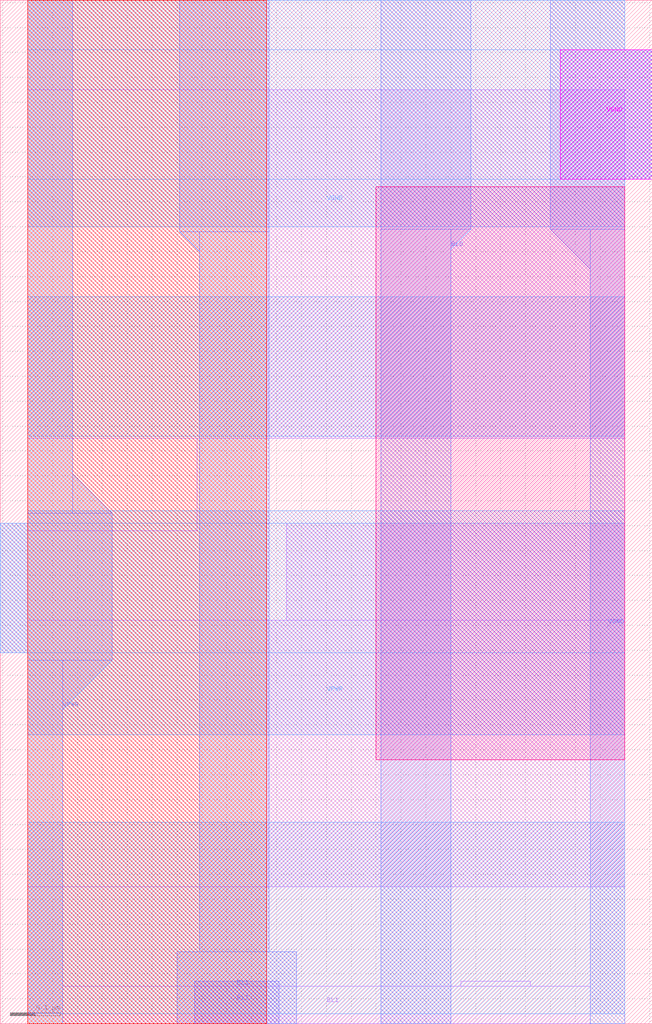
<source format=lef>
VERSION 5.7 ;
  NOWIREEXTENSIONATPIN ON ;
  DIVIDERCHAR "/" ;
  BUSBITCHARS "[]" ;
MACRO sky130_fd_bd_sram__sram_sp_colend
  CLASS BLOCK ;
  FOREIGN sky130_fd_bd_sram__sram_sp_colend ;
  ORIGIN 0.055 0.000 ;
  SIZE 1.310 BY 2.055 ;
  PIN BL0
    PORT
      LAYER met1 ;
        RECT 0.710 1.595 0.890 2.055 ;
        RECT 0.710 0.000 0.850 1.595 ;
        POLYGON 0.850 1.595 0.890 1.595 0.850 1.555 ;
    END
  END BL0
  PIN BL1
    ANTENNADIFFAREA 0.016800 ;
    PORT
      LAYER li1 ;
        RECT 0.335 0.075 0.505 0.085 ;
        RECT 0.870 0.075 1.010 0.085 ;
        RECT 0.070 0.000 1.130 0.075 ;
      LAYER mcon ;
        RECT 0.335 0.000 0.505 0.085 ;
      LAYER met1 ;
        RECT 0.305 1.590 0.485 2.055 ;
        POLYGON 0.305 1.590 0.345 1.590 0.345 1.550 ;
        RECT 0.345 0.145 0.485 1.590 ;
        RECT 0.300 0.000 0.540 0.145 ;
    END
  END BL1
  PIN VGND
    USE GROUND ;
    PORT
      LAYER met1 ;
        RECT 1.050 1.955 1.200 2.055 ;
        RECT 1.050 1.695 1.255 1.955 ;
        RECT 1.050 1.595 1.200 1.695 ;
        POLYGON 1.050 1.595 1.130 1.595 1.130 1.515 ;
        RECT 1.130 0.000 1.200 1.595 ;
      LAYER via ;
        RECT 1.070 1.695 1.255 1.955 ;
      LAYER met2 ;
        RECT 0.000 1.955 1.200 2.055 ;
        RECT 0.000 1.695 1.255 1.955 ;
        RECT 0.000 1.600 1.200 1.695 ;
    END
  END VGND
  PIN VPWR
    USE POWER ;
    PORT
      LAYER met1 ;
        RECT 0.000 1.025 0.090 2.055 ;
        POLYGON 0.090 1.105 0.170 1.025 0.090 1.025 ;
        RECT 0.000 1.005 0.170 1.025 ;
        RECT -0.055 0.745 0.170 1.005 ;
        RECT 0.000 0.730 0.170 0.745 ;
        RECT 0.000 0.000 0.070 0.730 ;
        POLYGON 0.070 0.730 0.170 0.730 0.070 0.630 ;
      LAYER met2 ;
        RECT 0.000 1.005 1.200 1.030 ;
        RECT -0.055 0.745 1.200 1.005 ;
        RECT 0.000 0.580 1.200 0.745 ;
    END
  END VPWR
  OBS
      LAYER nwell ;
        RECT 0.000 0.000 0.480 2.055 ;
      LAYER pwell ;
        RECT 0.700 0.530 1.200 1.680 ;
      LAYER li1 ;
        RECT 0.000 1.175 1.200 1.875 ;
        RECT 0.000 0.990 0.340 1.175 ;
        RECT 0.520 0.810 1.200 1.005 ;
        RECT 0.000 0.275 1.200 0.810 ;
      LAYER met2 ;
        RECT 0.000 1.180 1.200 1.460 ;
        RECT 0.000 0.020 1.200 0.405 ;
  END
END sky130_fd_bd_sram__sram_sp_colend
END LIBRARY


</source>
